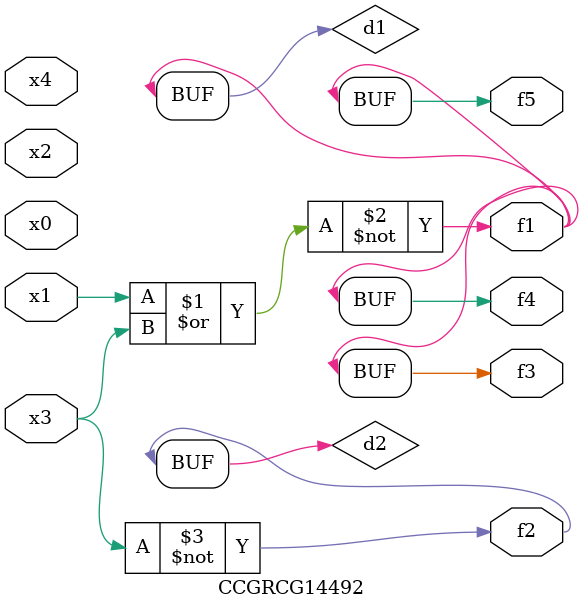
<source format=v>
module CCGRCG14492(
	input x0, x1, x2, x3, x4,
	output f1, f2, f3, f4, f5
);

	wire d1, d2;

	nor (d1, x1, x3);
	not (d2, x3);
	assign f1 = d1;
	assign f2 = d2;
	assign f3 = d1;
	assign f4 = d1;
	assign f5 = d1;
endmodule

</source>
